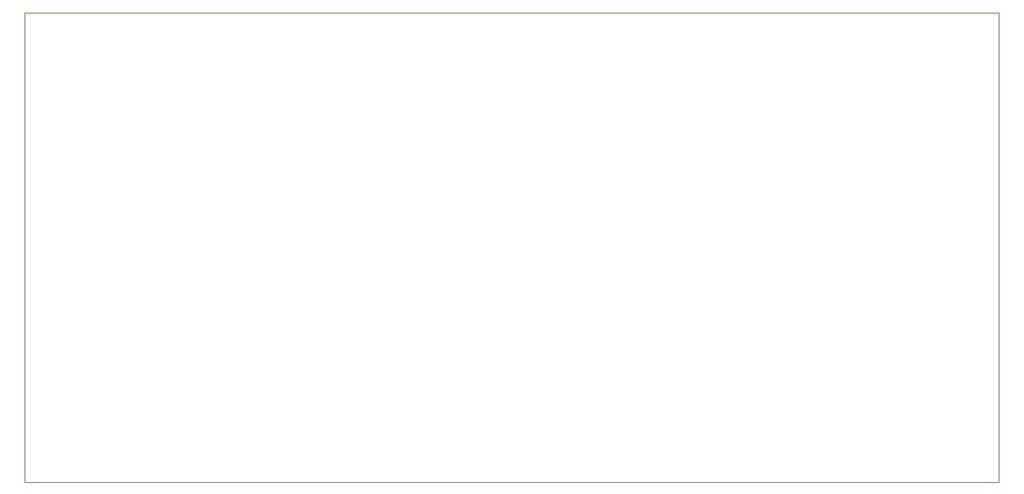
<source format=gbr>
%TF.GenerationSoftware,KiCad,Pcbnew,(6.0.10-0)*%
%TF.CreationDate,2023-01-27T21:32:14+01:00*%
%TF.ProjectId,openDTU_wDisplay,6f70656e-4454-4555-9f77-446973706c61,rev?*%
%TF.SameCoordinates,Original*%
%TF.FileFunction,Profile,NP*%
%FSLAX46Y46*%
G04 Gerber Fmt 4.6, Leading zero omitted, Abs format (unit mm)*
G04 Created by KiCad (PCBNEW (6.0.10-0)) date 2023-01-27 21:32:14*
%MOMM*%
%LPD*%
G01*
G04 APERTURE LIST*
%TA.AperFunction,Profile*%
%ADD10C,0.100000*%
%TD*%
G04 APERTURE END LIST*
D10*
X71628000Y-68580000D02*
X175768000Y-68580000D01*
X175768000Y-68580000D02*
X175768000Y-118872000D01*
X175768000Y-118872000D02*
X71628000Y-118872000D01*
X71628000Y-118872000D02*
X71628000Y-68580000D01*
M02*

</source>
